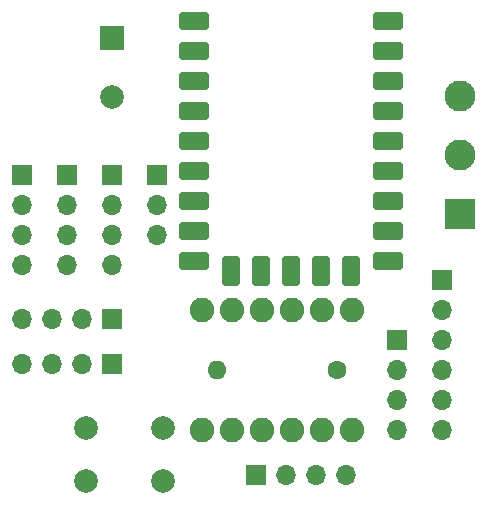
<source format=gbr>
%TF.GenerationSoftware,KiCad,Pcbnew,8.0.7*%
%TF.CreationDate,2025-01-10T12:44:58+00:00*%
%TF.ProjectId,AstroDroid-v1,41737472-6f44-4726-9f69-642d76312e6b,rev?*%
%TF.SameCoordinates,Original*%
%TF.FileFunction,Soldermask,Top*%
%TF.FilePolarity,Negative*%
%FSLAX46Y46*%
G04 Gerber Fmt 4.6, Leading zero omitted, Abs format (unit mm)*
G04 Created by KiCad (PCBNEW 8.0.7) date 2025-01-10 12:44:58*
%MOMM*%
%LPD*%
G01*
G04 APERTURE LIST*
G04 Aperture macros list*
%AMRoundRect*
0 Rectangle with rounded corners*
0 $1 Rounding radius*
0 $2 $3 $4 $5 $6 $7 $8 $9 X,Y pos of 4 corners*
0 Add a 4 corners polygon primitive as box body*
4,1,4,$2,$3,$4,$5,$6,$7,$8,$9,$2,$3,0*
0 Add four circle primitives for the rounded corners*
1,1,$1+$1,$2,$3*
1,1,$1+$1,$4,$5*
1,1,$1+$1,$6,$7*
1,1,$1+$1,$8,$9*
0 Add four rect primitives between the rounded corners*
20,1,$1+$1,$2,$3,$4,$5,0*
20,1,$1+$1,$4,$5,$6,$7,0*
20,1,$1+$1,$6,$7,$8,$9,0*
20,1,$1+$1,$8,$9,$2,$3,0*%
G04 Aperture macros list end*
%ADD10C,2.000000*%
%ADD11RoundRect,0.101600X1.206500X-1.206500X1.206500X1.206500X-1.206500X1.206500X-1.206500X-1.206500X0*%
%ADD12C,2.616200*%
%ADD13R,1.700000X1.700000*%
%ADD14O,1.700000X1.700000*%
%ADD15RoundRect,0.400050X-0.899950X-0.400050X0.899950X-0.400050X0.899950X0.400050X-0.899950X0.400050X0*%
%ADD16RoundRect,0.393700X-0.393700X-0.906300X0.393700X-0.906300X0.393700X0.906300X-0.393700X0.906300X0*%
%ADD17RoundRect,0.400000X-0.400000X-0.900000X0.400000X-0.900000X0.400000X0.900000X-0.400000X0.900000X0*%
%ADD18RoundRect,0.400000X-0.900000X-0.400000X0.900000X-0.400000X0.900000X0.400000X-0.900000X0.400000X0*%
%ADD19O,1.600000X1.600000*%
%ADD20C,1.600000*%
%ADD21R,2.000000X2.000000*%
%ADD22C,2.082800*%
G04 APERTURE END LIST*
D10*
%TO.C,SW1*%
X83312000Y-94234000D03*
X76812000Y-94234000D03*
X83312000Y-89734000D03*
X76812000Y-89734000D03*
%TD*%
D11*
%TO.C,J2*%
X108458000Y-71628000D03*
D12*
X108458000Y-66629280D03*
X108458000Y-61628020D03*
%TD*%
D13*
%TO.C,Motor1*%
X106934000Y-77216000D03*
D14*
X106934000Y-79756000D03*
X106934000Y-82296000D03*
X106934000Y-84836000D03*
X106934000Y-87376000D03*
X106934000Y-89916000D03*
%TD*%
D13*
%TO.C,J3*%
X82804000Y-68326000D03*
D14*
X82804000Y-70866000D03*
X82804000Y-73406000D03*
%TD*%
D13*
%TO.C,WS2812B-2*%
X78994000Y-84328000D03*
D14*
X76454000Y-84328000D03*
X73914000Y-84328000D03*
X71374000Y-84328000D03*
%TD*%
D13*
%TO.C,WS2812B-1*%
X78994000Y-80518000D03*
D14*
X76454000Y-80518000D03*
X73914000Y-80518000D03*
X71374000Y-80518000D03*
%TD*%
D15*
%TO.C,RZ1*%
X85951000Y-55297000D03*
X85951000Y-57837000D03*
X85951000Y-60377000D03*
X85951000Y-62917000D03*
X85951000Y-65457000D03*
X85951000Y-67997000D03*
X85951000Y-70537000D03*
X85951000Y-73077000D03*
X85951000Y-75617000D03*
D16*
X89091000Y-76427000D03*
X91631000Y-76427000D03*
X94171000Y-76427000D03*
X96711000Y-76427000D03*
D17*
X99251000Y-76427000D03*
D15*
X102391000Y-75617000D03*
X102391000Y-73077000D03*
X102391000Y-70537000D03*
X102391000Y-67997000D03*
D18*
X102391000Y-65457000D03*
X102391000Y-62917000D03*
X102391000Y-60377000D03*
X102391000Y-57837000D03*
X102391000Y-55297000D03*
%TD*%
D19*
%TO.C,R1*%
X87884000Y-84836000D03*
D20*
X98044000Y-84836000D03*
%TD*%
D14*
%TO.C,L298N1*%
X103124000Y-89916000D03*
X103124000Y-87376000D03*
X103124000Y-84836000D03*
D13*
X103124000Y-82296000D03*
%TD*%
%TO.C,HCSR04-3*%
X78994000Y-68326000D03*
D14*
X78994000Y-70866000D03*
X78994000Y-73406000D03*
X78994000Y-75946000D03*
%TD*%
D13*
%TO.C,HCSR04-2*%
X75184000Y-68336000D03*
D14*
X75184000Y-70876000D03*
X75184000Y-73416000D03*
X75184000Y-75956000D03*
%TD*%
D13*
%TO.C,HCSR04-1*%
X71374000Y-68326000D03*
D14*
X71374000Y-70866000D03*
X71374000Y-73406000D03*
X71374000Y-75946000D03*
%TD*%
D10*
%TO.C,C1*%
X78994000Y-61722000D03*
D21*
X78994000Y-56722000D03*
%TD*%
D22*
%TO.C,B1*%
X94234000Y-89916000D03*
X94234000Y-79756000D03*
X91694000Y-79756000D03*
X86614000Y-79756000D03*
X89154000Y-79756000D03*
X96774000Y-79756000D03*
X99314000Y-79756000D03*
X91694000Y-89916000D03*
X86614000Y-89916000D03*
X89154000Y-89916000D03*
X96774000Y-89916000D03*
X99314000Y-89916000D03*
%TD*%
D13*
%TO.C,ADT1*%
X91186000Y-93726000D03*
D14*
X93726000Y-93726000D03*
X96266000Y-93726000D03*
X98806000Y-93726000D03*
%TD*%
M02*

</source>
